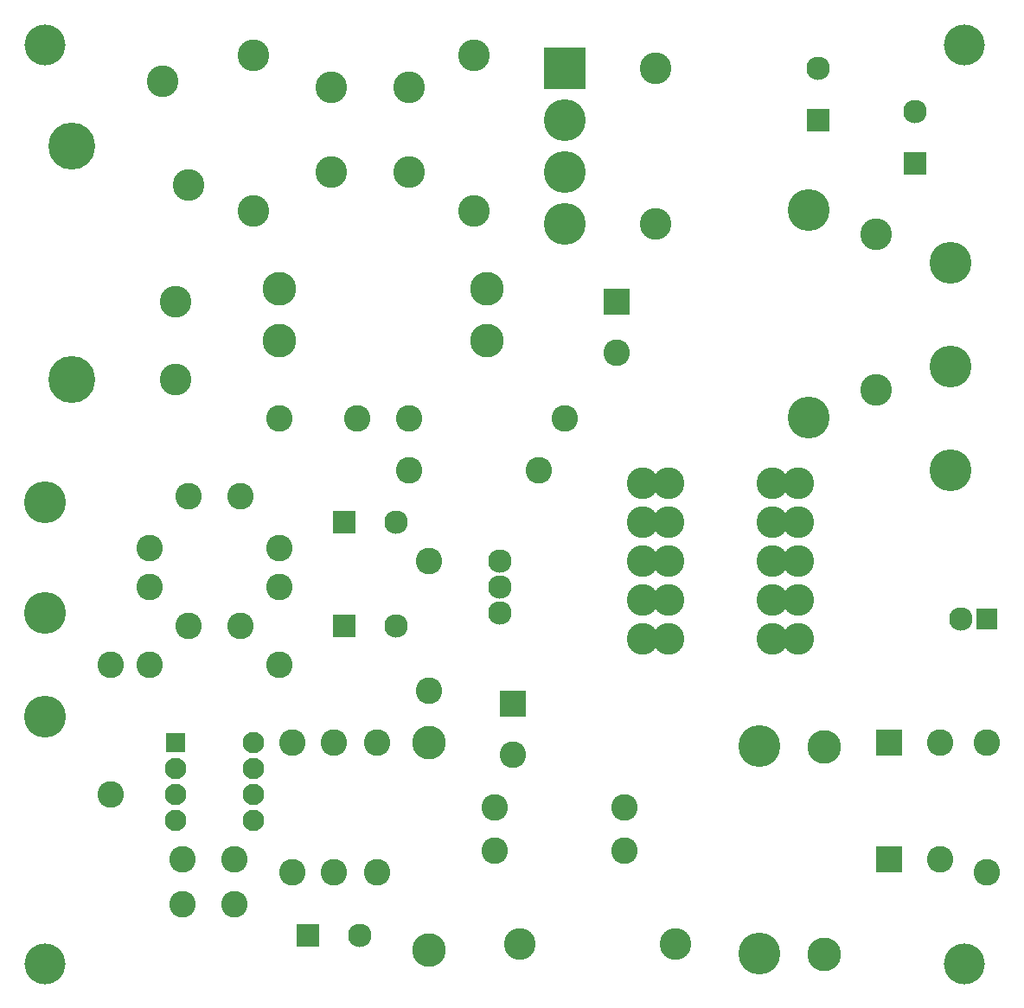
<source format=gbr>
G04 DipTrace 4.1.0.1*
G04 BottomMask.gbr*
%MOIN*%
G04 #@! TF.FileFunction,Soldermask,Bot*
G04 #@! TF.Part,Single*
%ADD21C,0.15748*%
%ADD39C,0.082677*%
%ADD41R,0.074803X0.074803*%
%ADD43C,0.102362*%
%ADD45C,0.129921*%
%ADD46C,0.122047*%
%ADD47C,0.122047*%
%ADD49C,0.181102*%
%ADD51R,0.082677X0.082677*%
%ADD52C,0.090551*%
%ADD53C,0.161417*%
%ADD55C,0.161417*%
%ADD57R,0.161417X0.161417*%
%ADD59R,0.090551X0.090551*%
%ADD60C,0.090551*%
%ADD62C,0.102362*%
%ADD64R,0.102362X0.102362*%
%FSLAX26Y26*%
G04*
G70*
G90*
G75*
G01*
G04 BotMask*
%LPD*%
D46*
X1393701Y3493701D3*
Y4093701D3*
X2243701Y3493701D3*
Y4093701D3*
X2943701Y3443701D3*
Y4043701D3*
D64*
X2793701Y3143701D3*
D62*
Y2946850D3*
D64*
X2393701Y1593701D3*
D62*
X2393706Y1396850D3*
X1793701Y2693700D3*
X1493701Y2693694D3*
D60*
X1943701Y1893701D3*
D59*
X1743701D3*
D60*
X1943701Y2293701D3*
D59*
X1743701D3*
D62*
X1318701Y818700D3*
X1118701Y818696D3*
X1143701Y1893701D3*
X1343701D3*
X1318701Y993701D3*
X1118701D3*
X1143701Y2393701D3*
X1343701D3*
D64*
X3843701Y993701D3*
D62*
X4040551D3*
D64*
X3843701Y1443701D3*
D62*
X4040551D3*
D46*
X2418710Y664566D3*
X3018710Y664592D3*
D60*
X3568701Y4043701D3*
D59*
Y3843701D3*
D60*
X3942126Y3877552D3*
D59*
Y3677552D3*
D60*
X1803944Y699216D3*
D59*
X1603944Y699210D3*
D57*
X2593701Y4043701D3*
D55*
Y3843701D3*
Y3643701D3*
Y3443701D3*
D62*
X1993701Y2693701D3*
X2593701D3*
X1993701Y2493701D3*
X2493701D3*
X1703944Y1441339D3*
Y941339D3*
X1543701Y1441339D3*
Y941339D3*
D53*
X3343701Y627953D3*
Y1427953D3*
D52*
X4118701Y1918700D3*
D51*
X4218701Y1918702D3*
D53*
X3531201Y3497433D3*
Y2697433D3*
D49*
X693701Y2843701D3*
Y3743701D3*
D21*
X590551Y590551D3*
X4133858D3*
X590551Y4133858D3*
X4133858D3*
D55*
X590551Y2368701D3*
Y1943701D3*
Y1543701D3*
X4079528Y3293701D3*
Y2493701D3*
Y2893701D3*
D52*
X2343701Y2143701D3*
Y2043701D3*
Y1943701D3*
D47*
X1093701Y2843701D3*
X1093695Y3143701D3*
D45*
X2293701Y2993701D3*
X1493701D3*
X2293701Y3193701D3*
X1493701D3*
X2068701Y1443701D3*
Y643701D3*
D43*
Y2143701D3*
Y1643701D3*
X1868701Y1441339D3*
Y941339D3*
X1493701Y2043701D3*
X993701D3*
X1493701Y1743701D3*
X993701D3*
X843701D3*
Y1243701D3*
X1493701Y2193701D3*
X993701D3*
X2822047Y1191339D3*
X2322047D3*
D45*
X3593701Y627559D3*
Y1427559D3*
D43*
X4218701Y941339D3*
Y1441339D3*
D46*
X3793701Y3402756D3*
Y2802756D3*
D43*
X2322047Y1027559D3*
X2822047D3*
D46*
X1693701Y3643701D3*
X1993701D3*
X1693701Y3968701D3*
X1993701D3*
X2893701Y2443701D3*
Y2293701D3*
Y2143701D3*
Y1993701D3*
Y1843701D3*
X3493701D3*
Y1993701D3*
Y2143701D3*
Y2293701D3*
Y2443701D3*
X2993701D3*
Y2293701D3*
Y2143701D3*
Y1993701D3*
Y1843701D3*
X3393701D3*
Y1993701D3*
Y2143701D3*
Y2293701D3*
Y2443701D3*
D41*
X1093701Y1443701D3*
D39*
Y1343701D3*
Y1243701D3*
Y1143701D3*
X1393701D3*
Y1243701D3*
Y1343701D3*
Y1443701D3*
D46*
X1143701Y3593701D3*
X1043701Y3993701D3*
M02*

</source>
